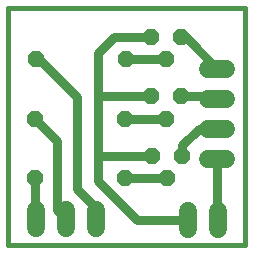
<source format=gbl>
G75*
%MOIN*%
%OFA0B0*%
%FSLAX25Y25*%
%IPPOS*%
%LPD*%
%AMOC8*
5,1,8,0,0,1.08239X$1,22.5*
%
%ADD10C,0.06000*%
%ADD11OC8,0.05200*%
%ADD12C,0.03150*%
%ADD13C,0.01600*%
D10*
X0010894Y0007265D02*
X0010894Y0013265D01*
X0020894Y0013265D02*
X0020894Y0007265D01*
X0030894Y0007265D02*
X0030894Y0013265D01*
X0061564Y0012989D02*
X0061564Y0006989D01*
X0071564Y0006989D02*
X0071564Y0012989D01*
X0074485Y0030383D02*
X0068485Y0030383D01*
X0068485Y0040383D02*
X0074485Y0040383D01*
X0074485Y0050383D02*
X0068485Y0050383D01*
X0068485Y0060383D02*
X0074485Y0060383D01*
D11*
X0059241Y0051249D03*
X0054241Y0043749D03*
X0049241Y0051249D03*
X0040658Y0043611D03*
X0049635Y0031485D03*
X0054635Y0023985D03*
X0059635Y0031485D03*
X0040658Y0023847D03*
X0010658Y0023847D03*
X0010658Y0043611D03*
X0011052Y0063769D03*
X0041052Y0063769D03*
X0049241Y0071013D03*
X0054241Y0063513D03*
X0059241Y0071013D03*
D12*
X0060855Y0071013D01*
X0071485Y0060383D01*
X0070619Y0051249D02*
X0071485Y0050383D01*
X0070619Y0051249D02*
X0059241Y0051249D01*
X0054241Y0043749D02*
X0040796Y0043749D01*
X0040658Y0043611D01*
X0032351Y0051249D02*
X0031721Y0050619D01*
X0031721Y0031328D01*
X0031879Y0031485D01*
X0049635Y0031485D01*
X0054635Y0023985D02*
X0040796Y0023985D01*
X0040658Y0023847D01*
X0031721Y0023060D02*
X0044713Y0010068D01*
X0061485Y0010068D01*
X0061564Y0009989D01*
X0071564Y0009989D02*
X0071485Y0013060D01*
X0071485Y0030383D01*
X0071485Y0040383D02*
X0065186Y0040383D01*
X0059635Y0034831D01*
X0059635Y0031485D01*
X0049241Y0051249D02*
X0032351Y0051249D01*
X0031721Y0050619D02*
X0031721Y0065580D01*
X0037154Y0071013D01*
X0049241Y0071013D01*
X0054241Y0063513D02*
X0041308Y0063513D01*
X0041052Y0063769D01*
X0024635Y0051013D02*
X0011879Y0063769D01*
X0011052Y0063769D01*
X0024635Y0051013D02*
X0024635Y0020304D01*
X0030540Y0014398D01*
X0030540Y0010619D01*
X0030894Y0010265D01*
X0020894Y0010265D02*
X0017942Y0013217D01*
X0017942Y0036446D01*
X0010776Y0043611D01*
X0010658Y0043611D01*
X0010658Y0023847D02*
X0010658Y0010501D01*
X0010894Y0010265D01*
X0031721Y0023060D02*
X0031721Y0031328D01*
D13*
X0001800Y0001800D02*
X0001800Y0080540D01*
X0080540Y0080540D01*
X0080540Y0001800D01*
X0001800Y0001800D01*
M02*

</source>
